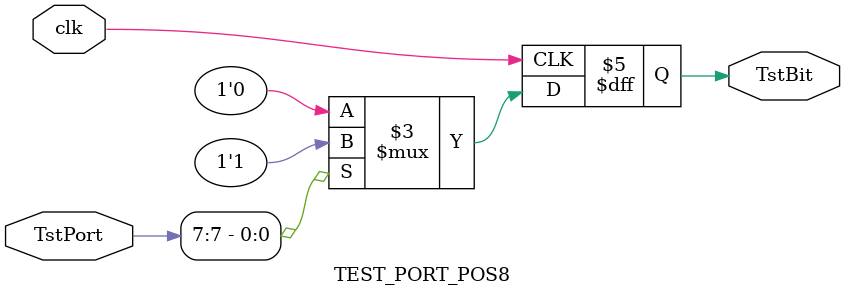
<source format=v>
`timescale 1ns / 1ps


module TEST_PORT_POS8(


    input wire [15:0] TstPort,

    input wire clk,

    output reg [0:0] TstBit


    );

always @(posedge clk)
    begin
        if ( TstPort[7] )
            begin
                TstBit[0] <= 1;
            end
        else
            begin
                TstBit[0] <= 0;
            end

    end

endmodule

</source>
